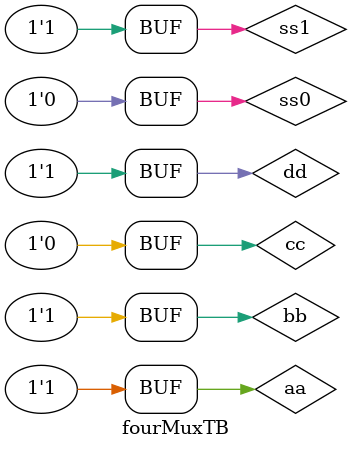
<source format=sv>
`timescale 1ns/1ns
module fourMuxTB();
reg aa,bb,cc,dd,ss1,ss0;
wire ww;
fourOneMUX UUT1(.a(aa),.b(bb),.c(cc),.d(dd),.s1(ss1),.s0(ss0),.w(ww));
initial begin
#300 ss1=0; ss0=0; aa=1; bb=0; cc=0; dd=1;
#300 ss1=0; ss0=1; aa=0; bb=1; cc=0; dd=0;
#300 ss1=1; ss0=1; aa=0; bb=0; cc=0; dd=1;
#300 ss1=1; ss0=0; aa=0; bb=0; cc=1; dd=0;

#300 ss1=0; ss0=0; aa=0; bb=1; cc=1; dd=1;
#300 ss1=0; ss0=1; aa=1; bb=0; cc=1; dd=1;
#300 ss1=1; ss0=1; aa=1; bb=1; cc=1; dd=0;
#300 ss1=1; ss0=0; aa=1; bb=1; cc=0; dd=1;

end
endmodule

</source>
